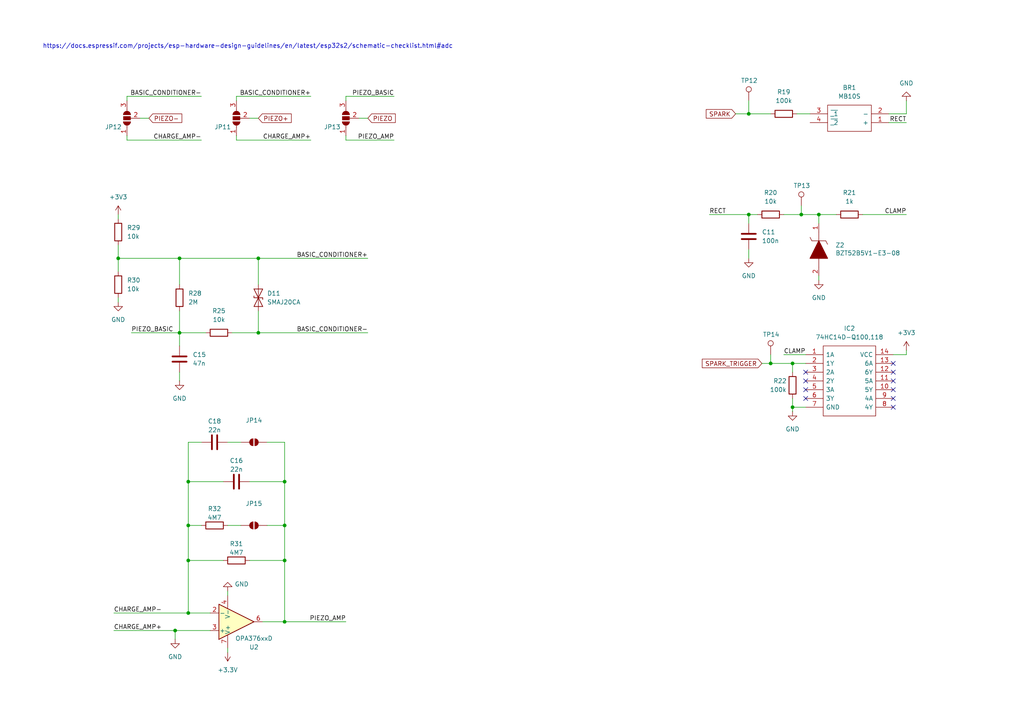
<source format=kicad_sch>
(kicad_sch (version 20250114) (generator "eeschema") (generator_version "9.0")
  (paper "A4")
  (lib_symbols
    (symbol "Amplifier_Operational:OPA376xxD" (pin_names (offset 0.127))
      (property "Reference" "U" (at 0 6.35 0))
      (property "Value" "OPA376xxD" (at 0 3.81 0))
      (symbol "OPA376xxD_0_1"
        (polyline (pts (xy -5.08 5.08) (xy 5.08 0) (xy -5.08 -5.08) (xy -5.08 5.08)) (stroke (width 0.254)) (fill (type background)))
      )
      (symbol "OPA376xxD_1_1"
        (pin input line (at -7.62 2.54 0) (length 2.54) (name "+") (number "3"))
        (pin input line (at -7.62 -2.54 0) (length 2.54) (name "-") (number "2"))
        (pin power_in line (at -2.54 7.62 270) (length 3.81) (name "V+") (number "7"))
        (pin no_connect line (at -2.54 2.54 270) (length 2.54) (hide yes) (name "NC") (number "1"))
        (pin power_in line (at -2.54 -7.62 90) (length 3.81) (name "V-") (number "4"))
        (pin no_connect line (at 0 2.54 270) (length 2.54) (hide yes) (name "NC") (number "5"))
        (pin no_connect line (at 0 -2.54 90) (length 2.54) (hide yes) (name "NC") (number "8"))
        (pin output line (at 7.62 0 180) (length 2.54) (name "~") (number "6"))
      )
    )
    (symbol "Connector:TestPoint" (pin_numbers (hide yes)) (pin_names (offset 0.762) (hide yes))
      (property "Reference" "TP" (at 0 6.858 0))
      (property "Value" "TestPoint" (at 0 5.08 0))
      (symbol "TestPoint_0_1"
        (circle (center 0 3.302) (radius 0.762))
      )
      (symbol "TestPoint_1_1"
        (pin passive line (at 0 0 90) (length 2.54) (name "1") (number "1"))
      )
    )
    (symbol "Device:C" (pin_numbers (hide yes)) (pin_names (offset 0.254))
      (property "Reference" "C" (at 0.635 2.54 0))
      (property "Value" "C" (at 0.635 -2.54 0))
      (symbol "C_0_1"
        (polyline (pts (xy -2.032 0.762) (xy 2.032 0.762)) (stroke (width 0.508)))
        (polyline (pts (xy -2.032 -0.762) (xy 2.032 -0.762)) (stroke (width 0.508)))
      )
      (symbol "C_1_1"
        (pin passive line (at 0 3.81 270) (length 2.794) (name "~") (number "1"))
        (pin passive line (at 0 -3.81 90) (length 2.794) (name "~") (number "2"))
      )
    )
    (symbol "Device:R" (pin_numbers (hide yes)) (pin_names (offset 0))
      (property "Reference" "R" (at 2.032 0 90))
      (property "Value" "R" (at 0 0 90))
      (symbol "R_0_1"
        (rectangle (start -1.016 -2.54) (end 1.016 2.54) (stroke (width 0.254)))
      )
      (symbol "R_1_1"
        (pin passive line (at 0 3.81 270) (length 1.27) (name "~") (number "1"))
        (pin passive line (at 0 -3.81 90) (length 1.27) (name "~") (number "2"))
      )
    )
    (symbol "Diode:SMAJ20CA" (pin_numbers (hide yes)) (pin_names (offset 1.016) (hide yes))
      (property "Reference" "D" (at 0 2.54 0))
      (property "Value" "SMAJ20CA" (at 0 -2.54 0))
      (symbol "SMAJ20CA_0_1"
        (polyline (pts (xy -2.54 -1.27) (xy 0 0) (xy -2.54 1.27) (xy -2.54 -1.27)) (stroke (width 0.2032)))
        (polyline (pts (xy 0.508 1.27) (xy 0 1.27) (xy 0 -1.27) (xy -0.508 -1.27)) (stroke (width 0.2032)))
        (polyline (pts (xy 1.27 0) (xy -1.27 0)))
        (polyline (pts (xy 2.54 1.27) (xy 2.54 -1.27) (xy 0 0) (xy 2.54 1.27)) (stroke (width 0.2032)))
      )
      (symbol "SMAJ20CA_1_1"
        (pin passive line (at -3.81 0 0) (length 2.54) (name "A1") (number "1"))
        (pin passive line (at 3.81 0 180) (length 2.54) (name "A2") (number "2"))
      )
    )
    (symbol "Jumper:SolderJumper_2_Open" (pin_numbers (hide yes)) (pin_names (offset 0) (hide yes)) (in_bom no)
      (property "Reference" "JP" (at 0 2.032 0))
      (property "Value" "SolderJumper_2_Open" (at 0 -2.54 0))
      (symbol "SolderJumper_2_Open_0_1"
        (polyline (pts (xy -0.254 1.016) (xy -0.254 -1.016)))
        (arc (start -0.254 -1.016) (mid -1.2656 0) (end -0.254 1.016))
        (arc (start -0.254 -1.016) (mid -1.2656 0) (end -0.254 1.016) (fill (type outline)))
        (arc (start 0.254 1.016) (mid 1.2656 0) (end 0.254 -1.016))
        (arc (start 0.254 1.016) (mid 1.2656 0) (end 0.254 -1.016) (fill (type outline)))
        (polyline (pts (xy 0.254 1.016) (xy 0.254 -1.016)))
      )
      (symbol "SolderJumper_2_Open_1_1"
        (pin passive line (at -3.81 0 0) (length 2.54) (name "A") (number "1"))
        (pin passive line (at 3.81 0 180) (length 2.54) (name "B") (number "2"))
      )
    )
    (symbol "Jumper:SolderJumper_3_Open" (pin_names (offset 0) (hide yes)) (in_bom no)
      (property "Reference" "JP" (at -2.54 -2.54 0))
      (property "Value" "SolderJumper_3_Open" (at 0 2.794 0))
      (symbol "SolderJumper_3_Open_0_1"
        (polyline (pts (xy -2.54 0) (xy -2.032 0)))
        (polyline (pts (xy -1.016 1.016) (xy -1.016 -1.016)))
        (arc (start -1.016 -1.016) (mid -2.0276 0) (end -1.016 1.016))
        (arc (start -1.016 -1.016) (mid -2.0276 0) (end -1.016 1.016) (fill (type outline)))
        (rectangle (start -0.508 1.016) (end 0.508 -1.016) (fill (type outline)))
        (polyline (pts (xy 0 -1.27) (xy 0 -1.016)))
        (arc (start 1.016 1.016) (mid 2.0276 0) (end 1.016 -1.016))
        (arc (start 1.016 1.016) (mid 2.0276 0) (end 1.016 -1.016) (fill (type outline)))
        (polyline (pts (xy 1.016 1.016) (xy 1.016 -1.016)))
        (polyline (pts (xy 2.54 0) (xy 2.032 0)))
      )
      (symbol "SolderJumper_3_Open_1_1"
        (pin passive line (at -5.08 0 0) (length 2.54) (name "A") (number "1"))
        (pin passive line (at 0 -3.81 90) (length 2.54) (name "C") (number "2"))
        (pin passive line (at 5.08 0 180) (length 2.54) (name "B") (number "3"))
      )
    )
    (symbol "SamacSys_Parts:74HC14D-Q100,118" (pin_names (offset 0.762))
      (property "Reference" "IC" (at 21.59 7.62 0))
      (property "Value" "74HC14D-Q100,118" (at 21.59 5.08 0))
      (symbol "74HC14D-Q100,118_0_0"
        (pin passive line (at 0 0 0) (length 5.08) (name "1A") (number "1"))
        (pin passive line (at 0 -2.54 0) (length 5.08) (name "1Y") (number "2"))
        (pin passive line (at 0 -5.08 0) (length 5.08) (name "2A") (number "3"))
        (pin passive line (at 0 -7.62 0) (length 5.08) (name "2Y") (number "4"))
        (pin passive line (at 0 -10.16 0) (length 5.08) (name "3A") (number "5"))
        (pin passive line (at 0 -12.7 0) (length 5.08) (name "3Y") (number "6"))
        (pin passive line (at 0 -15.24 0) (length 5.08) (name "GND") (number "7"))
        (pin passive line (at 25.4 0 180) (length 5.08) (name "VCC") (number "14"))
        (pin passive line (at 25.4 -2.54 180) (length 5.08) (name "6A") (number "13"))
        (pin passive line (at 25.4 -5.08 180) (length 5.08) (name "6Y") (number "12"))
        (pin passive line (at 25.4 -7.62 180) (length 5.08) (name "5A") (number "11"))
        (pin passive line (at 25.4 -10.16 180) (length 5.08) (name "5Y") (number "10"))
        (pin passive line (at 25.4 -12.7 180) (length 5.08) (name "4A") (number "9"))
        (pin passive line (at 25.4 -15.24 180) (length 5.08) (name "4Y") (number "8"))
      )
      (symbol "74HC14D-Q100,118_0_1"
        (polyline (pts (xy 5.08 2.54) (xy 20.32 2.54) (xy 20.32 -17.78) (xy 5.08 -17.78) (xy 5.08 2.54)) (stroke (width 0.1524)))
      )
    )
    (symbol "SamacSys_Parts:BZT52B5V1-E3-08" (pin_names (offset 0.762))
      (property "Reference" "Z" (at 10.16 8.89 0))
      (property "Value" "BZT52B5V1-E3-08" (at 10.16 6.35 0))
      (symbol "BZT52B5V1-E3-08_0_0"
        (pin passive line (at 0 0 0) (length 2.54) (name "~") (number "1"))
        (pin passive line (at 15.24 0 180) (length 2.54) (name "~") (number "2"))
      )
      (symbol "BZT52B5V1-E3-08_0_1"
        (polyline (pts (xy 2.54 0) (xy 5.08 0)) (stroke (width 0.1524)))
        (polyline (pts (xy 4.064 -2.54) (xy 5.08 -2.032)) (stroke (width 0.1524)))
        (polyline (pts (xy 5.08 2.032) (xy 5.08 -2.032)) (stroke (width 0.1524)))
        (polyline (pts (xy 5.08 2.032) (xy 6.096 2.54)) (stroke (width 0.1524)))
        (polyline (pts (xy 5.08 0) (xy 10.16 2.54) (xy 10.16 -2.54) (xy 5.08 0)) (stroke (width 0.254)) (fill (type outline)))
        (polyline (pts (xy 12.7 0) (xy 10.16 0)) (stroke (width 0.1524)))
      )
    )
    (symbol "SamacSys_Parts:MB10S" (pin_names (offset 0.762))
      (property "Reference" "BR" (at 19.05 7.62 0))
      (property "Value" "MB10S" (at 19.05 5.08 0))
      (symbol "MB10S_0_0"
        (pin passive line (at 0 0 0) (length 5.08) (name "+") (number "1"))
        (pin passive line (at 0 -2.54 0) (length 5.08) (name "-") (number "2"))
        (pin passive line (at 22.86 0 180) (length 5.08) (name "~{_2}") (number "4"))
        (pin passive line (at 22.86 -2.54 180) (length 5.08) (name "~{_1}") (number "3"))
      )
      (symbol "MB10S_0_1"
        (polyline (pts (xy 5.08 2.54) (xy 17.78 2.54) (xy 17.78 -5.08) (xy 5.08 -5.08) (xy 5.08 2.54)) (stroke (width 0.1524)))
      )
    )
    (symbol "power:+3.3V" (power) (pin_numbers (hide yes)) (pin_names (offset 0) (hide yes))
      (property "Value" "+3.3V" (at 0 3.556 0))
      (symbol "+3.3V_0_1"
        (polyline (pts (xy -0.762 1.27) (xy 0 2.54)))
        (polyline (pts (xy 0 2.54) (xy 0.762 1.27)))
        (polyline (pts (xy 0 0) (xy 0 2.54)))
      )
      (symbol "+3.3V_1_1"
        (pin power_in line (at 0 0 90) (length 0) (name "~") (number "1"))
      )
    )
    (symbol "power:+3V3" (power) (pin_numbers (hide yes)) (pin_names (offset 0) (hide yes))
      (property "Value" "+3V3" (at 0 3.556 0))
      (symbol "+3V3_0_1"
        (polyline (pts (xy -0.762 1.27) (xy 0 2.54)))
        (polyline (pts (xy 0 2.54) (xy 0.762 1.27)))
        (polyline (pts (xy 0 0) (xy 0 2.54)))
      )
      (symbol "+3V3_1_1"
        (pin power_in line (at 0 0 90) (length 0) (name "~") (number "1"))
      )
    )
    (symbol "power:GND" (power) (pin_numbers (hide yes)) (pin_names (offset 0) (hide yes))
      (property "Value" "GND" (at 0 -3.81 0))
      (symbol "GND_0_1"
        (polyline (pts (xy 0 0) (xy 0 -1.27) (xy 1.27 -1.27) (xy 0 -2.54) (xy -1.27 -1.27) (xy 0 -1.27)))
      )
      (symbol "GND_1_1"
        (pin power_in line (at 0 0 270) (length 0) (name "~") (number "1"))
      )
    )
  )
  (text "https://docs.espressif.com/projects/esp-hardware-design-guidelines/en/latest/esp32s2/schematic-checklist.html#adc" (at 71.882 13.462 0) (effects (font (size 1.27 1.27))))
  (junction (at 50.8 182.88))
  (junction (at 54.61 139.7))
  (junction (at 229.87 118.11))
  (junction (at 74.93 74.93))
  (junction (at 34.29 74.93))
  (junction (at 237.49 62.23))
  (junction (at 52.07 96.52))
  (junction (at 52.07 74.93))
  (junction (at 54.61 152.4))
  (junction (at 82.55 180.34))
  (junction (at 82.55 139.7))
  (junction (at 229.87 105.41))
  (junction (at 217.17 62.23))
  (junction (at 82.55 162.56))
  (junction (at 232.41 62.23))
  (junction (at 54.61 162.56))
  (junction (at 74.93 96.52))
  (junction (at 82.55 152.4))
  (junction (at 217.17 33.02))
  (junction (at 54.61 177.8))
  (junction (at 223.52 105.41))
  (no_connect (at 259.08 110.49))
  (no_connect (at 233.68 110.49))
  (no_connect (at 233.68 113.03))
  (no_connect (at 259.08 115.57))
  (no_connect (at 259.08 118.11))
  (no_connect (at 259.08 105.41))
  (no_connect (at 259.08 107.95))
  (no_connect (at 259.08 113.03))
  (no_connect (at 233.68 115.57))
  (no_connect (at 233.68 107.95))
  (wire (pts (xy 50.8 182.88) (xy 50.8 185.42)))
  (wire (pts (xy 54.61 177.8) (xy 33.02 177.8)))
  (wire (pts (xy 82.55 128.27) (xy 82.55 139.7)))
  (wire (pts (xy 217.17 33.02) (xy 213.36 33.02)))
  (wire (pts (xy 217.17 62.23) (xy 219.71 62.23)))
  (wire (pts (xy 64.77 139.7) (xy 54.61 139.7)))
  (wire (pts (xy 229.87 118.11) (xy 233.68 118.11)))
  (wire (pts (xy 229.87 119.38) (xy 229.87 118.11)))
  (wire (pts (xy 114.3 40.64) (xy 100.33 40.64)))
  (wire (pts (xy 58.42 27.94) (xy 36.83 27.94)))
  (wire (pts (xy 74.93 90.17) (xy 74.93 96.52)))
  (wire (pts (xy 60.96 177.8) (xy 54.61 177.8)))
  (wire (pts (xy 231.14 33.02) (xy 234.95 33.02)))
  (wire (pts (xy 58.42 40.64) (xy 36.83 40.64)))
  (wire (pts (xy 223.52 102.87) (xy 223.52 105.41)))
  (wire (pts (xy 66.04 189.23) (xy 66.04 187.96)))
  (wire (pts (xy 262.89 101.6) (xy 262.89 102.87)))
  (wire (pts (xy 72.39 162.56) (xy 82.55 162.56)))
  (wire (pts (xy 52.07 90.17) (xy 52.07 96.52)))
  (wire (pts (xy 34.29 87.63) (xy 34.29 86.36)))
  (wire (pts (xy 34.29 62.23) (xy 34.29 63.5)))
  (wire (pts (xy 100.33 40.64) (xy 100.33 39.37)))
  (wire (pts (xy 74.93 74.93) (xy 106.68 74.93)))
  (wire (pts (xy 52.07 96.52) (xy 52.07 100.33)))
  (wire (pts (xy 50.8 182.88) (xy 60.96 182.88)))
  (wire (pts (xy 59.69 96.52) (xy 52.07 96.52)))
  (wire (pts (xy 68.58 40.64) (xy 68.58 39.37)))
  (wire (pts (xy 217.17 64.77) (xy 217.17 62.23)))
  (wire (pts (xy 38.1 96.52) (xy 52.07 96.52)))
  (wire (pts (xy 74.93 96.52) (xy 106.68 96.52)))
  (wire (pts (xy 223.52 33.02) (xy 217.17 33.02)))
  (wire (pts (xy 223.52 105.41) (xy 229.87 105.41)))
  (wire (pts (xy 237.49 81.28) (xy 237.49 80.01)))
  (wire (pts (xy 67.31 96.52) (xy 74.93 96.52)))
  (wire (pts (xy 100.33 27.94) (xy 100.33 29.21)))
  (wire (pts (xy 229.87 107.95) (xy 229.87 105.41)))
  (wire (pts (xy 100.33 180.34) (xy 82.55 180.34)))
  (wire (pts (xy 54.61 152.4) (xy 54.61 162.56)))
  (wire (pts (xy 205.74 62.23) (xy 217.17 62.23)))
  (wire (pts (xy 82.55 152.4) (xy 82.55 162.56)))
  (wire (pts (xy 68.58 27.94) (xy 68.58 29.21)))
  (wire (pts (xy 229.87 115.57) (xy 229.87 118.11)))
  (wire (pts (xy 52.07 74.93) (xy 74.93 74.93)))
  (wire (pts (xy 262.89 33.02) (xy 257.81 33.02)))
  (wire (pts (xy 104.14 34.29) (xy 106.68 34.29)))
  (wire (pts (xy 90.17 27.94) (xy 68.58 27.94)))
  (wire (pts (xy 229.87 105.41) (xy 233.68 105.41)))
  (wire (pts (xy 90.17 40.64) (xy 68.58 40.64)))
  (wire (pts (xy 77.47 128.27) (xy 82.55 128.27)))
  (wire (pts (xy 33.02 182.88) (xy 50.8 182.88)))
  (wire (pts (xy 72.39 139.7) (xy 82.55 139.7)))
  (wire (pts (xy 54.61 162.56) (xy 54.61 177.8)))
  (wire (pts (xy 54.61 139.7) (xy 54.61 152.4)))
  (wire (pts (xy 262.89 35.56) (xy 257.81 35.56)))
  (wire (pts (xy 217.17 74.93) (xy 217.17 72.39)))
  (wire (pts (xy 232.41 59.69) (xy 232.41 62.23)))
  (wire (pts (xy 217.17 29.21) (xy 217.17 33.02)))
  (wire (pts (xy 82.55 162.56) (xy 82.55 180.34)))
  (wire (pts (xy 262.89 62.23) (xy 250.19 62.23)))
  (wire (pts (xy 74.93 82.55) (xy 74.93 74.93)))
  (wire (pts (xy 242.57 62.23) (xy 237.49 62.23)))
  (wire (pts (xy 114.3 27.94) (xy 100.33 27.94)))
  (wire (pts (xy 72.39 34.29) (xy 74.93 34.29)))
  (wire (pts (xy 66.04 171.45) (xy 66.04 172.72)))
  (wire (pts (xy 36.83 40.64) (xy 36.83 39.37)))
  (wire (pts (xy 69.85 152.4) (xy 66.04 152.4)))
  (wire (pts (xy 227.33 102.87) (xy 233.68 102.87)))
  (wire (pts (xy 34.29 78.74) (xy 34.29 74.93)))
  (wire (pts (xy 262.89 29.21) (xy 262.89 33.02)))
  (wire (pts (xy 36.83 27.94) (xy 36.83 29.21)))
  (wire (pts (xy 232.41 62.23) (xy 227.33 62.23)))
  (wire (pts (xy 52.07 74.93) (xy 52.07 82.55)))
  (wire (pts (xy 77.47 152.4) (xy 82.55 152.4)))
  (wire (pts (xy 237.49 64.77) (xy 237.49 62.23)))
  (wire (pts (xy 237.49 62.23) (xy 232.41 62.23)))
  (wire (pts (xy 34.29 71.12) (xy 34.29 74.93)))
  (wire (pts (xy 82.55 139.7) (xy 82.55 152.4)))
  (wire (pts (xy 69.85 128.27) (xy 66.04 128.27)))
  (wire (pts (xy 58.42 152.4) (xy 54.61 152.4)))
  (wire (pts (xy 52.07 110.49) (xy 52.07 107.95)))
  (wire (pts (xy 220.98 105.41) (xy 223.52 105.41)))
  (wire (pts (xy 34.29 74.93) (xy 52.07 74.93)))
  (wire (pts (xy 82.55 180.34) (xy 76.2 180.34)))
  (wire (pts (xy 54.61 128.27) (xy 54.61 139.7)))
  (wire (pts (xy 64.77 162.56) (xy 54.61 162.56)))
  (wire (pts (xy 40.64 34.29) (xy 43.18 34.29)))
  (wire (pts (xy 58.42 128.27) (xy 54.61 128.27)))
  (wire (pts (xy 262.89 102.87) (xy 259.08 102.87)))
  (label "CHARGE_AMP+" (at 33.02 182.88 0))
  (label "PIEZO_AMP" (at 114.3 40.64 180))
  (label "PIEZO_BASIC" (at 38.1 96.52 0))
  (label "PIEZO_AMP" (at 100.33 180.34 180))
  (label "RECT" (at 262.89 35.56 180))
  (label "BASIC_CONDITIONER+" (at 106.68 74.93 180))
  (label "CLAMP" (at 227.33 102.87 0))
  (label "BASIC_CONDITIONER-" (at 58.42 27.94 180))
  (label "BASIC_CONDITIONER+" (at 90.17 27.94 180))
  (label "RECT" (at 205.74 62.23 0))
  (label "PIEZO_BASIC" (at 114.3 27.94 180))
  (label "BASIC_CONDITIONER-" (at 106.68 96.52 180))
  (label "CHARGE_AMP-" (at 33.02 177.8 0))
  (label "CHARGE_AMP+" (at 90.17 40.64 180))
  (label "CHARGE_AMP-" (at 58.42 40.64 180))
  (label "CLAMP" (at 262.89 62.23 180))
  (global_label "SPARK" (shape input) (at 213.36 33.02 180) (property "Intersheetrefs" "${INTERSHEET_REFS}" (effects (hide yes))))
  (global_label "PIEZO-" (shape input) (at 43.18 34.29 0) (property "Intersheetrefs" "${INTERSHEET_REFS}" (effects (hide yes))))
  (global_label "SPARK_TRIGGER" (shape input) (at 220.98 105.41 180) (property "Intersheetrefs" "${INTERSHEET_REFS}" (effects (hide yes))))
  (global_label "PIEZO+" (shape input) (at 74.93 34.29 0) (property "Intersheetrefs" "${INTERSHEET_REFS}" (effects (hide yes))))
  (global_label "PIEZO" (shape input) (at 106.68 34.29 0) (property "Intersheetrefs" "${INTERSHEET_REFS}" (effects (hide yes))))
  (symbol (lib_id "Device:C") (at 52.07 104.14 0) (unit 1)
    (property "Reference" "C15" (at 55.88 102.8699 0) (effects (justify left)))
    (property "Value" "47n" (at 55.88 105.4099 0) (effects (justify left)))
    (property "Footprint" "Capacitor_THT:C_Disc_D4.3mm_W1.9mm_P5.00mm" (effects (hide yes)))
    (property "Description" "Unpolarized capacitor" (effects (hide yes)))
  )
  (symbol (lib_id "Device:R") (at 246.38 62.23 90) (unit 1)
    (property "Reference" "R21" (at 246.38 55.88 90))
    (property "Value" "1k" (at 246.38 58.42 90))
    (property "Footprint" "Resistor_SMD:R_0201_0603Metric" (effects (hide yes)))
    (property "Description" "Resistor" (effects (hide yes)))
  )
  (symbol (lib_id "power:GND") (at 229.87 119.38 0) (unit 1)
    (property "Reference" "#PWR019" (effects (hide yes)))
    (property "Value" "GND" (at 229.87 124.46 0))
    (property "Description" "Power symbol creates a global label with name \"GND\" , ground" (effects (hide yes)))
  )
  (symbol (lib_id "Device:R") (at 223.52 62.23 90) (unit 1)
    (property "Reference" "R20" (at 223.52 55.88 90))
    (property "Value" "10k" (at 223.52 58.42 90))
    (property "Footprint" "Resistor_THT:R_Axial_DIN0204_L3.6mm_D1.6mm_P1.90mm_Vertical" (effects (hide yes)))
    (property "Description" "Resistor" (effects (hide yes)))
  )
  (symbol (lib_id "Device:C") (at 62.23 128.27 90) (unit 1)
    (property "Reference" "C18" (at 62.23 122.174 90))
    (property "Value" "22n" (at 62.23 124.714 90))
    (property "Footprint" "Capacitor_THT:C_Disc_D4.3mm_W1.9mm_P5.00mm" (effects (hide yes)))
    (property "Description" "Unpolarized capacitor" (effects (hide yes)))
  )
  (symbol (lib_id "power:GND") (at 237.49 81.28 0) (unit 1)
    (property "Reference" "#PWR017" (effects (hide yes)))
    (property "Value" "GND" (at 237.49 86.36 0))
    (property "Description" "Power symbol creates a global label with name \"GND\" , ground" (effects (hide yes)))
  )
  (symbol (lib_id "Device:R") (at 63.5 96.52 90) (unit 1)
    (property "Reference" "R25" (at 63.5 90.17 90))
    (property "Value" "10k" (at 63.5 92.71 90))
    (property "Footprint" "Resistor_THT:R_Axial_DIN0204_L3.6mm_D1.6mm_P1.90mm_Vertical" (effects (hide yes)))
    (property "Description" "Resistor" (effects (hide yes)))
  )
  (symbol (lib_id "power:+3V3") (at 262.89 101.6 0) (unit 1)
    (property "Reference" "#PWR018" (effects (hide yes)))
    (property "Value" "+3V3" (at 262.89 96.52 0))
    (property "Description" "Power symbol creates a global label with name \"+3V3\"" (effects (hide yes)))
  )
  (symbol (lib_id "Device:C") (at 217.17 68.58 0) (unit 1)
    (property "Reference" "C11" (at 220.98 67.3099 0) (effects (justify left)))
    (property "Value" "100n" (at 220.98 69.8499 0) (effects (justify left)))
    (property "Footprint" "Capacitor_THT:C_Disc_D4.3mm_W1.9mm_P5.00mm" (effects (hide yes)))
    (property "Description" "Unpolarized capacitor" (effects (hide yes)))
  )
  (symbol (lib_id "Diode:SMAJ20CA") (at 74.93 86.36 90) (unit 1)
    (property "Reference" "D11" (at 77.47 85.0899 90) (effects (justify right)))
    (property "Value" "SMAJ20CA" (at 77.47 87.6299 90) (effects (justify right)))
    (property "Footprint" "Diode_SMD:D_SMA" (effects (hide yes)))
    (property "Datasheet" "https://www.littelfuse.com/media?resourcetype=datasheets&itemid=75e32973-b177-4ee3-a0ff-cedaf1abdb93&filename=smaj-datasheet" (effects (hide yes)))
    (property "Description" "400W bidirectional Transient Voltage Suppressor, 20.0Vr, SMA(DO-214AC)" (effects (hide yes)))
  )
  (symbol (lib_id "power:GND") (at 217.17 74.93 0) (unit 1)
    (property "Reference" "#PWR016" (effects (hide yes)))
    (property "Value" "GND" (at 217.17 80.01 0))
    (property "Description" "Power symbol creates a global label with name \"GND\" , ground" (effects (hide yes)))
  )
  (symbol (lib_id "Amplifier_Operational:OPA376xxD") (at 68.58 180.34 0) (mirror x) (unit 1)
    (property "Reference" "U2" (at 73.66 187.706 0))
    (property "Value" "OPA376xxD" (at 73.66 185.166 0))
    (property "Footprint" "Package_SO:SOIC-8_3.9x4.9mm_P1.27mm" (effects (hide yes)))
    (property "Datasheet" "http://www.ti.com/lit/ds/symlink/opa376.pdf" (effects (hide yes)))
    (property "Description" "Single Low-Noise, Low Quiescent Current, Precision Operational Amplifier e-trim Series, SOIC-8" (effects (hide yes)))
  )
  (symbol (lib_id "power:+3.3V") (at 66.04 189.23 180) (unit 1)
    (property "Reference" "#PWR031" (effects (hide yes)))
    (property "Value" "+3.3V" (at 66.04 194.31 0))
    (property "Description" "Power symbol creates a global label with name \"+3.3V\"" (effects (hide yes)))
  )
  (symbol (lib_id "Jumper:SolderJumper_3_Open") (at 68.58 34.29 90) (unit 1) (in_bom no)
    (property "Reference" "JP11" (at 67.056 36.83 90) (effects (justify left)))
    (property "Value" "SolderJumper_3_Open" (effects (hide yes)))
    (property "Footprint" "Jumper:SolderJumper-3_P1.3mm_Open_RoundedPad1.0x1.5mm" (effects (hide yes)))
    (property "Description" "Solder Jumper, 3-pole, open" (effects (hide yes)))
  )
  (symbol (lib_id "Device:R") (at 227.33 33.02 90) (unit 1)
    (property "Reference" "R19" (at 227.33 26.67 90))
    (property "Value" "100k" (at 227.33 29.21 90))
    (property "Footprint" "Resistor_THT:R_Axial_DIN0204_L3.6mm_D1.6mm_P1.90mm_Vertical" (effects (hide yes)))
    (property "Description" "Resistor" (effects (hide yes)))
  )
  (symbol (lib_id "Device:R") (at 68.58 162.56 90) (unit 1)
    (property "Reference" "R31" (at 68.58 157.734 90))
    (property "Value" "4M7" (at 68.58 160.274 90))
    (property "Footprint" "Resistor_THT:R_Axial_DIN0204_L3.6mm_D1.6mm_P1.90mm_Vertical" (effects (hide yes)))
    (property "Description" "Resistor" (effects (hide yes)))
  )
  (symbol (lib_id "Jumper:SolderJumper_2_Open") (at 73.66 128.27 180) (unit 1) (in_bom no)
    (property "Reference" "JP14" (at 73.66 121.92 0))
    (property "Value" "SolderJumper_2_Open" (effects (hide yes)))
    (property "Footprint" "Jumper:SolderJumper-2_P1.3mm_Open_RoundedPad1.0x1.5mm" (effects (hide yes)))
    (property "Description" "Solder Jumper, 2-pole, open" (effects (hide yes)))
  )
  (symbol (lib_id "SamacSys_Parts:74HC14D-Q100,118") (at 233.68 102.87 0) (unit 1)
    (property "Reference" "IC2" (at 246.38 95.25 0))
    (property "Value" "74HC14D-Q100,118" (at 246.38 97.79 0))
    (property "Footprint" "SamacSys_Parts:SOIC127P600X175-14N" (effects (hide yes)))
    (property "Datasheet" "https://assets.nexperia.com/documents/data-sheet/74HC_HCT14_Q100.pdf" (effects (hide yes)))
    (property "Description" "74HC(T)14-Q100 - Hex inverting Schmitt trigger@en-us" (effects (hide yes)))
    (property "Description_1" "74HC(T)14-Q100 - Hex inverting Schmitt trigger@en-us" (effects (hide yes)))
    (property "Height" "1.75" (effects (hide yes)))
    (property "Manufacturer_Name" "Nexperia" (effects (hide yes)))
    (property "Manufacturer_Part_Number" "74HC14D-Q100,118" (effects (hide yes)))
    (property "Mouser Part Number" "771-74HC14D-Q100" (effects (hide yes)))
    (property "Mouser Price/Stock" "https://www.mouser.co.uk/ProductDetail/Nexperia/74HC14D-Q100118?qs=1sbE9T7hb3Z3XeYktMI9uA%3D%3D" (effects (hide yes)))
    (property "Arrow Part Number" "74HC14D-Q100,118" (effects (hide yes)))
    (property "Arrow Price/Stock" "https://www.arrow.com/en/products/74hc14d-q100118/nexperia?utm_currency=USD&region=nac" (effects (hide yes)))
  )
  (symbol (lib_id "Jumper:SolderJumper_3_Open") (at 36.83 34.29 90) (unit 1) (in_bom no)
    (property "Reference" "JP12" (at 35.306 36.83 90) (effects (justify left)))
    (property "Value" "SolderJumper_3_Open" (effects (hide yes)))
    (property "Footprint" "Jumper:SolderJumper-3_P1.3mm_Open_RoundedPad1.0x1.5mm" (effects (hide yes)))
    (property "Description" "Solder Jumper, 3-pole, open" (effects (hide yes)))
  )
  (symbol (lib_id "power:GND") (at 50.8 185.42 0) (unit 1)
    (property "Reference" "#PWR029" (effects (hide yes)))
    (property "Value" "GND" (at 50.8 190.5 0))
    (property "Description" "Power symbol creates a global label with name \"GND\" , ground" (effects (hide yes)))
  )
  (symbol (lib_id "Connector:TestPoint") (at 232.41 59.69 0) (unit 1)
    (property "Reference" "TP13" (at 230.124 53.848 0) (effects (justify left)))
    (property "Value" "TestPoint" (effects (hide yes)))
    (property "Footprint" "Connector_PinHeader_1.00mm:PinHeader_1x01_P1.00mm_Vertical" (effects (hide yes)))
    (property "Description" "test point" (effects (hide yes)))
  )
  (symbol (lib_id "Device:R") (at 62.23 152.4 90) (unit 1)
    (property "Reference" "R32" (at 62.23 147.574 90))
    (property "Value" "4M7" (at 62.23 150.114 90))
    (property "Footprint" "Resistor_THT:R_Axial_DIN0204_L3.6mm_D1.6mm_P1.90mm_Vertical" (effects (hide yes)))
    (property "Description" "Resistor" (effects (hide yes)))
  )
  (symbol (lib_id "Connector:TestPoint") (at 223.52 102.87 0) (unit 1)
    (property "Reference" "TP14" (at 221.234 97.028 0) (effects (justify left)))
    (property "Value" "TestPoint" (effects (hide yes)))
    (property "Footprint" "Connector_PinHeader_1.00mm:PinHeader_1x01_P1.00mm_Vertical" (effects (hide yes)))
    (property "Description" "test point" (effects (hide yes)))
  )
  (symbol (lib_id "Device:R") (at 34.29 82.55 0) (unit 1)
    (property "Reference" "R30" (at 36.83 81.2799 0) (effects (justify left)))
    (property "Value" "10k" (at 36.83 83.8199 0) (effects (justify left)))
    (property "Footprint" "Resistor_SMD:R_0201_0603Metric" (effects (hide yes)))
    (property "Description" "Resistor" (effects (hide yes)))
  )
  (symbol (lib_id "Jumper:SolderJumper_3_Open") (at 100.33 34.29 90) (unit 1) (in_bom no)
    (property "Reference" "JP13" (at 98.806 36.83 90) (effects (justify left)))
    (property "Value" "SolderJumper_3_Open" (effects (hide yes)))
    (property "Footprint" "Jumper:SolderJumper-3_P1.3mm_Open_RoundedPad1.0x1.5mm" (effects (hide yes)))
    (property "Description" "Solder Jumper, 3-pole, open" (effects (hide yes)))
  )
  (symbol (lib_id "power:GND") (at 262.89 29.21 180) (unit 1)
    (property "Reference" "#PWR015" (effects (hide yes)))
    (property "Value" "GND" (at 262.89 24.13 0))
    (property "Description" "Power symbol creates a global label with name \"GND\" , ground" (effects (hide yes)))
  )
  (symbol (lib_id "Connector:TestPoint") (at 217.17 29.21 0) (unit 1)
    (property "Reference" "TP12" (at 214.884 23.368 0) (effects (justify left)))
    (property "Value" "TestPoint" (effects (hide yes)))
    (property "Footprint" "Connector_PinHeader_1.00mm:PinHeader_1x01_P1.00mm_Vertical" (effects (hide yes)))
    (property "Description" "test point" (effects (hide yes)))
  )
  (symbol (lib_id "Device:R") (at 34.29 67.31 0) (unit 1)
    (property "Reference" "R29" (at 36.83 66.0399 0) (effects (justify left)))
    (property "Value" "10k" (at 36.83 68.5799 0) (effects (justify left)))
    (property "Footprint" "Resistor_SMD:R_0201_0603Metric" (effects (hide yes)))
    (property "Description" "Resistor" (effects (hide yes)))
  )
  (symbol (lib_id "Device:C") (at 68.58 139.7 90) (unit 1)
    (property "Reference" "C16" (at 68.58 133.604 90))
    (property "Value" "22n" (at 68.58 136.144 90))
    (property "Footprint" "Capacitor_THT:C_Disc_D4.3mm_W1.9mm_P5.00mm" (effects (hide yes)))
    (property "Description" "Unpolarized capacitor" (effects (hide yes)))
  )
  (symbol (lib_id "Device:R") (at 52.07 86.36 180) (unit 1)
    (property "Reference" "R28" (at 54.61 85.0899 0) (effects (justify right)))
    (property "Value" "2M" (at 54.61 87.6299 0) (effects (justify right)))
    (property "Footprint" "Resistor_THT:R_Axial_DIN0204_L3.6mm_D1.6mm_P1.90mm_Vertical" (effects (hide yes)))
    (property "Description" "Resistor" (effects (hide yes)))
  )
  (symbol (lib_id "power:GND") (at 52.07 110.49 0) (unit 1)
    (property "Reference" "#PWR026" (effects (hide yes)))
    (property "Value" "GND" (at 52.07 115.57 0))
    (property "Description" "Power symbol creates a global label with name \"GND\" , ground" (effects (hide yes)))
  )
  (symbol (lib_id "power:+3V3") (at 34.29 62.23 0) (unit 1)
    (property "Reference" "#PWR028" (effects (hide yes)))
    (property "Value" "+3V3" (at 34.29 57.15 0))
    (property "Description" "Power symbol creates a global label with name \"+3V3\"" (effects (hide yes)))
  )
  (symbol (lib_id "SamacSys_Parts:BZT52B5V1-E3-08") (at 237.49 64.77 270) (unit 1)
    (property "Reference" "Z2" (at 242.316 71.12 90) (effects (justify left)))
    (property "Value" "BZT52B5V1-E3-08" (at 242.316 73.406 90) (effects (justify left)))
    (property "Footprint" "SamacSys_Parts:BZT52B5V1E308" (effects (hide yes)))
    (property "Datasheet" "http://www.vishay.com/docs/85760/bzt52.pdf" (effects (hide yes)))
    (property "Description" "Vishay BZT52B5V1-E3-08 Zener Diode, 5.1V 2% 500 mW SMT 2-Pin SOD-123" (effects (hide yes)))
    (property "Description_1" "Vishay BZT52B5V1-E3-08 Zener Diode, 5.1V 2% 500 mW SMT 2-Pin SOD-123" (effects (hide yes)))
    (property "Height" "1.35" (effects (hide yes)))
    (property "Manufacturer_Name" "Vishay" (effects (hide yes)))
    (property "Manufacturer_Part_Number" "BZT52B5V1-E3-08" (effects (hide yes)))
    (property "Mouser Part Number" "78-BZT52B5V1-E3-08" (effects (hide yes)))
    (property "Mouser Price/Stock" "https://www.mouser.co.uk/ProductDetail/Vishay-Semiconductors/BZT52B5V1-E3-08?qs=KP8Io%2FXyE5Sz55z44LM67w%3D%3D" (effects (hide yes)))
    (property "Arrow Part Number" "BZT52B5V1-E3-08" (effects (hide yes)))
    (property "Arrow Price/Stock" "https://www.arrow.com/en/products/bzt52b5v1-e3-08/vishay?utm_currency=USD&region=nac" (effects (hide yes)))
  )
  (symbol (lib_id "Jumper:SolderJumper_2_Open") (at 73.66 152.4 180) (unit 1) (in_bom no)
    (property "Reference" "JP15" (at 73.66 146.05 0))
    (property "Value" "SolderJumper_2_Open" (effects (hide yes)))
    (property "Footprint" "Jumper:SolderJumper-2_P1.3mm_Open_RoundedPad1.0x1.5mm" (effects (hide yes)))
    (property "Description" "Solder Jumper, 2-pole, open" (effects (hide yes)))
  )
  (symbol (lib_id "SamacSys_Parts:MB10S") (at 257.81 35.56 180) (unit 1)
    (property "Reference" "BR1" (at 246.38 25.4 0))
    (property "Value" "MB10S" (at 246.38 27.94 0))
    (property "Footprint" "SamacSys_Parts:SOP245P670X290-4N" (effects (hide yes)))
    (property "Datasheet" "https://www.onsemi.com/pub/Collateral/MB10S-D.PDF" (effects (hide yes)))
    (property "Description" "Ideal for Printed Circuit Board; UL Certified: UL #E258596; Surge Overload Rating: 35 A Peak; Low-Leakage" (effects (hide yes)))
    (property "Description_1" "Ideal for Printed Circuit Board; UL Certified: UL #E258596; Surge Overload Rating: 35 A Peak; Low-Leakage" (effects (hide yes)))
    (property "Height" "2.9" (effects (hide yes)))
    (property "Manufacturer_Name" "onsemi" (effects (hide yes)))
    (property "Manufacturer_Part_Number" "MB10S" (effects (hide yes)))
    (property "Mouser Part Number" "512-MB10S" (effects (hide yes)))
    (property "Mouser Price/Stock" "https://www.mouser.co.uk/ProductDetail/onsemi-Fairchild/MB10S?qs=FHGIxCZCr7o%252BnYB0V%2FNH8A%3D%3D" (effects (hide yes)))
    (property "Arrow Part Number" "MB10S" (effects (hide yes)))
    (property "Arrow Price/Stock" "https://www.arrow.com/en/products/mb10s/on-semiconductor?utm_currency=USD&region=nac" (effects (hide yes)))
  )
  (symbol (lib_id "power:GND") (at 34.29 87.63 0) (unit 1)
    (property "Reference" "#PWR027" (effects (hide yes)))
    (property "Value" "GND" (at 34.29 92.71 0))
    (property "Description" "Power symbol creates a global label with name \"GND\" , ground" (effects (hide yes)))
  )
  (symbol (lib_id "power:GND") (at 66.04 171.45 180) (unit 1)
    (property "Reference" "#PWR030" (effects (hide yes)))
    (property "Value" "GND" (at 70.104 169.418 0))
    (property "Description" "Power symbol creates a global label with name \"GND\" , ground" (effects (hide yes)))
  )
  (symbol (lib_id "Device:R") (at 229.87 111.76 180) (unit 1)
    (property "Reference" "R22" (at 224.282 110.49 0) (effects (justify right)))
    (property "Value" "100k" (at 223.266 113.03 0) (effects (justify right)))
    (property "Footprint" "Resistor_SMD:R_0201_0603Metric" (effects (hide yes)))
    (property "Description" "Resistor" (effects (hide yes)))
  )
)
</source>
